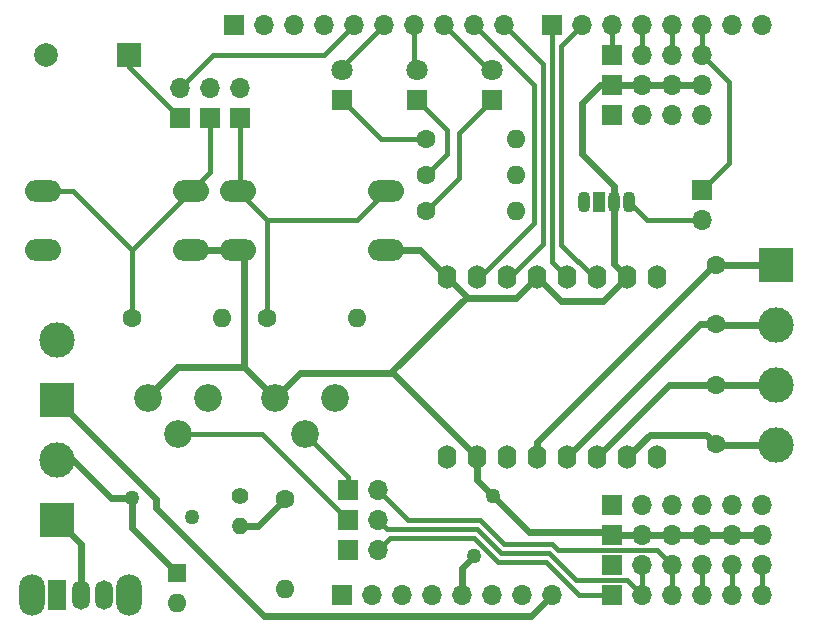
<source format=gbr>
%TF.GenerationSoftware,KiCad,Pcbnew,6.0.7-f9a2dced07~116~ubuntu20.04.1*%
%TF.CreationDate,2022-09-07T12:35:24+02:00*%
%TF.ProjectId,BATConcho,42415443-6f6e-4636-986f-2e6b69636164,rev?*%
%TF.SameCoordinates,Original*%
%TF.FileFunction,Copper,L1,Top*%
%TF.FilePolarity,Positive*%
%FSLAX46Y46*%
G04 Gerber Fmt 4.6, Leading zero omitted, Abs format (unit mm)*
G04 Created by KiCad (PCBNEW 6.0.7-f9a2dced07~116~ubuntu20.04.1) date 2022-09-07 12:35:24*
%MOMM*%
%LPD*%
G01*
G04 APERTURE LIST*
%TA.AperFunction,ComponentPad*%
%ADD10C,1.600000*%
%TD*%
%TA.AperFunction,ComponentPad*%
%ADD11O,1.600000X1.600000*%
%TD*%
%TA.AperFunction,ComponentPad*%
%ADD12R,1.700000X1.700000*%
%TD*%
%TA.AperFunction,ComponentPad*%
%ADD13O,1.700000X1.700000*%
%TD*%
%TA.AperFunction,ComponentPad*%
%ADD14C,1.270000*%
%TD*%
%TA.AperFunction,ComponentPad*%
%ADD15O,1.070000X1.800000*%
%TD*%
%TA.AperFunction,ComponentPad*%
%ADD16R,1.070000X1.800000*%
%TD*%
%TA.AperFunction,ComponentPad*%
%ADD17O,3.048000X1.850000*%
%TD*%
%TA.AperFunction,ComponentPad*%
%ADD18C,2.340000*%
%TD*%
%TA.AperFunction,ComponentPad*%
%ADD19R,1.800000X1.800000*%
%TD*%
%TA.AperFunction,ComponentPad*%
%ADD20C,1.800000*%
%TD*%
%TA.AperFunction,ComponentPad*%
%ADD21R,3.000000X3.000000*%
%TD*%
%TA.AperFunction,ComponentPad*%
%ADD22C,3.000000*%
%TD*%
%TA.AperFunction,ComponentPad*%
%ADD23C,1.400000*%
%TD*%
%TA.AperFunction,ComponentPad*%
%ADD24O,1.400000X1.400000*%
%TD*%
%TA.AperFunction,ComponentPad*%
%ADD25R,1.600000X1.600000*%
%TD*%
%TA.AperFunction,ComponentPad*%
%ADD26R,2.000000X2.000000*%
%TD*%
%TA.AperFunction,ComponentPad*%
%ADD27C,2.000000*%
%TD*%
%TA.AperFunction,ComponentPad*%
%ADD28O,2.200000X3.500000*%
%TD*%
%TA.AperFunction,ComponentPad*%
%ADD29R,1.500000X2.500000*%
%TD*%
%TA.AperFunction,ComponentPad*%
%ADD30O,1.500000X2.500000*%
%TD*%
%TA.AperFunction,ComponentPad*%
%ADD31O,1.600000X2.000000*%
%TD*%
%TA.AperFunction,Conductor*%
%ADD32C,0.600000*%
%TD*%
%TA.AperFunction,Conductor*%
%ADD33C,0.400000*%
%TD*%
G04 APERTURE END LIST*
D10*
%TO.P,R7,1*%
%TO.N,Net-(JP7-Pad1)*%
X110160000Y-73965000D03*
D11*
%TO.P,R7,2*%
%TO.N,GND*%
X117780000Y-73965000D03*
%TD*%
D12*
%TO.P,J4,1,Pin_1*%
%TO.N,unconnected-(J4-Pad1)*%
X127940000Y-97460000D03*
D13*
%TO.P,J4,2,Pin_2*%
%TO.N,/IOREF*%
X130480000Y-97460000D03*
%TO.P,J4,3,Pin_3*%
%TO.N,/~{RESET}*%
X133020000Y-97460000D03*
%TO.P,J4,4,Pin_4*%
%TO.N,Net-(F3-Pad1)*%
X135560000Y-97460000D03*
%TO.P,J4,5,Pin_5*%
%TO.N,Net-(F1-Pad1)*%
X138100000Y-97460000D03*
%TO.P,J4,6,Pin_6*%
%TO.N,GND*%
X140640000Y-97460000D03*
%TO.P,J4,7,Pin_7*%
X143180000Y-97460000D03*
%TO.P,J4,8,Pin_8*%
%TO.N,/Vin*%
X145720000Y-97460000D03*
%TD*%
D12*
%TO.P,J6,1,Pin_1*%
%TO.N,/A0*%
X150800000Y-97460000D03*
D13*
%TO.P,J6,2,Pin_2*%
%TO.N,/A1*%
X153340000Y-97460000D03*
%TO.P,J6,3,Pin_3*%
%TO.N,/A2*%
X155880000Y-97460000D03*
%TO.P,J6,4,Pin_4*%
%TO.N,/A3*%
X158420000Y-97460000D03*
%TO.P,J6,5,Pin_5*%
%TO.N,/SDA{slash}A4*%
X160960000Y-97460000D03*
%TO.P,J6,6,Pin_6*%
%TO.N,/SCL{slash}A5*%
X163500000Y-97460000D03*
%TD*%
D12*
%TO.P,J3,1,Pin_1*%
%TO.N,/SCL{slash}A5*%
X118796000Y-49200000D03*
D13*
%TO.P,J3,2,Pin_2*%
%TO.N,/SDA{slash}A4*%
X121336000Y-49200000D03*
%TO.P,J3,3,Pin_3*%
%TO.N,/AREF*%
X123876000Y-49200000D03*
%TO.P,J3,4,Pin_4*%
%TO.N,GND*%
X126416000Y-49200000D03*
%TO.P,J3,5,Pin_5*%
%TO.N,/13*%
X128956000Y-49200000D03*
%TO.P,J3,6,Pin_6*%
%TO.N,/12*%
X131496000Y-49200000D03*
%TO.P,J3,7,Pin_7*%
%TO.N,/\u002A11*%
X134036000Y-49200000D03*
%TO.P,J3,8,Pin_8*%
%TO.N,/\u002A10*%
X136576000Y-49200000D03*
%TO.P,J3,9,Pin_9*%
%TO.N,/\u002A9*%
X139116000Y-49200000D03*
%TO.P,J3,10,Pin_10*%
%TO.N,/8*%
X141656000Y-49200000D03*
%TD*%
D12*
%TO.P,J7,1,Pin_1*%
%TO.N,/7*%
X145720000Y-49200000D03*
D13*
%TO.P,J7,2,Pin_2*%
%TO.N,/\u002A6*%
X148260000Y-49200000D03*
%TO.P,J7,3,Pin_3*%
%TO.N,/\u002A5*%
X150800000Y-49200000D03*
%TO.P,J7,4,Pin_4*%
%TO.N,/4*%
X153340000Y-49200000D03*
%TO.P,J7,5,Pin_5*%
%TO.N,/\u002A3*%
X155880000Y-49200000D03*
%TO.P,J7,6,Pin_6*%
%TO.N,/2*%
X158420000Y-49200000D03*
%TO.P,J7,7,Pin_7*%
%TO.N,/TX{slash}1*%
X160960000Y-49200000D03*
%TO.P,J7,8,Pin_8*%
%TO.N,/RX{slash}0*%
X163500000Y-49200000D03*
%TD*%
D10*
%TO.P,R2,1*%
%TO.N,Net-(JP2-Pad1)*%
X123114000Y-89332000D03*
D11*
%TO.P,R2,2*%
%TO.N,GND*%
X123114000Y-96952000D03*
%TD*%
D12*
%TO.P,J10,1,Pin_1*%
%TO.N,GND*%
X150800000Y-89840000D03*
D13*
%TO.P,J10,2,Pin_2*%
X153340000Y-89840000D03*
%TO.P,J10,3,Pin_3*%
X155880000Y-89840000D03*
%TO.P,J10,4,Pin_4*%
X158420000Y-89840000D03*
%TO.P,J10,5,Pin_5*%
X160960000Y-89840000D03*
%TO.P,J10,6,Pin_6*%
X163500000Y-89840000D03*
%TD*%
D14*
%TO.P,F1,1*%
%TO.N,Net-(F1-Pad1)*%
X139116000Y-94158000D03*
%TO.P,F1,2*%
%TO.N,+5V*%
X140716000Y-89058000D03*
%TD*%
D12*
%TO.P,J11,1,Pin_1*%
%TO.N,/\u002A5*%
X150800000Y-51740000D03*
D13*
%TO.P,J11,2,Pin_2*%
%TO.N,/4*%
X153340000Y-51740000D03*
%TO.P,J11,3,Pin_3*%
%TO.N,/\u002A3*%
X155880000Y-51740000D03*
%TO.P,J11,4,Pin_4*%
%TO.N,/2*%
X158420000Y-51740000D03*
%TD*%
D15*
%TO.P,D4,1,DOUT*%
%TO.N,unconnected-(D4-Pad1)*%
X148392000Y-64186000D03*
D16*
%TO.P,D4,2,GND*%
%TO.N,GND*%
X149662000Y-64186000D03*
D15*
%TO.P,D4,3,VDD*%
%TO.N,+5V*%
X150932000Y-64186000D03*
%TO.P,D4,4,DIN*%
%TO.N,Net-(D4-Pad4)*%
X152202000Y-64186000D03*
%TD*%
D17*
%TO.P,SW2,1,1*%
%TO.N,Net-(JP6-Pad1)*%
X119160000Y-63210000D03*
X131660000Y-63210000D03*
%TO.P,SW2,2,2*%
%TO.N,+5V*%
X119160000Y-68210000D03*
X131660000Y-68210000D03*
%TD*%
D18*
%TO.P,RV2,1,1*%
%TO.N,+5V*%
X122290000Y-80776000D03*
%TO.P,RV2,2,2*%
%TO.N,Net-(JP5-Pad1)*%
X124830000Y-83824000D03*
%TO.P,RV2,3,3*%
%TO.N,GND*%
X127370000Y-80776000D03*
%TD*%
D19*
%TO.P,D2,1,K*%
%TO.N,Net-(D2-Pad1)*%
X134290000Y-55550000D03*
D20*
%TO.P,D2,2,A*%
%TO.N,/\u002A11*%
X134290000Y-53010000D03*
%TD*%
D12*
%TO.P,JP7,1,A*%
%TO.N,Net-(JP7-Pad1)*%
X116764000Y-57079000D03*
D13*
%TO.P,JP7,2,B*%
%TO.N,/4*%
X116764000Y-54539000D03*
%TD*%
D19*
%TO.P,D3,1,K*%
%TO.N,Net-(D3-Pad1)*%
X140640000Y-55550000D03*
D20*
%TO.P,D3,2,A*%
%TO.N,/\u002A10*%
X140640000Y-53010000D03*
%TD*%
D12*
%TO.P,JP2,1,A*%
%TO.N,Net-(JP2-Pad1)*%
X128448000Y-93650000D03*
D13*
%TO.P,JP2,2,B*%
%TO.N,/A0*%
X130988000Y-93650000D03*
%TD*%
D12*
%TO.P,J13,1,Pin_1*%
%TO.N,GND*%
X150810000Y-56820000D03*
D13*
%TO.P,J13,2,Pin_2*%
X153350000Y-56820000D03*
%TO.P,J13,3,Pin_3*%
X155890000Y-56820000D03*
%TO.P,J13,4,Pin_4*%
X158430000Y-56820000D03*
%TD*%
D12*
%TO.P,J12,1,Pin_1*%
%TO.N,+5V*%
X150810000Y-54280000D03*
D13*
%TO.P,J12,2,Pin_2*%
X153350000Y-54280000D03*
%TO.P,J12,3,Pin_3*%
X155890000Y-54280000D03*
%TO.P,J12,4,Pin_4*%
X158430000Y-54280000D03*
%TD*%
D17*
%TO.P,SW3,1,1*%
%TO.N,Net-(JP7-Pad1)*%
X115150000Y-63210000D03*
X102650000Y-63210000D03*
%TO.P,SW3,2,2*%
%TO.N,+5V*%
X115150000Y-68210000D03*
X102650000Y-68210000D03*
%TD*%
D19*
%TO.P,D1,1,K*%
%TO.N,Net-(D1-Pad1)*%
X127940000Y-55550000D03*
D20*
%TO.P,D1,2,A*%
%TO.N,/12*%
X127940000Y-53010000D03*
%TD*%
D12*
%TO.P,JP6,1,A*%
%TO.N,Net-(JP6-Pad1)*%
X119304000Y-57079000D03*
D13*
%TO.P,JP6,2,B*%
%TO.N,/\u002A3*%
X119304000Y-54539000D03*
%TD*%
D10*
%TO.P,C1,1*%
%TO.N,Net-(C1-Pad1)*%
X159563000Y-69520000D03*
%TO.P,C1,2*%
%TO.N,Net-(C1-Pad2)*%
X159563000Y-74520000D03*
%TD*%
%TO.P,C2,1*%
%TO.N,Net-(C2-Pad1)*%
X159563000Y-79680000D03*
%TO.P,C2,2*%
%TO.N,Net-(C2-Pad2)*%
X159563000Y-84680000D03*
%TD*%
D21*
%TO.P,J5,1,Pin_1*%
%TO.N,/Vin*%
X103810000Y-80950000D03*
D22*
%TO.P,J5,2,Pin_2*%
%TO.N,GND*%
X103810000Y-75870000D03*
%TD*%
D10*
%TO.P,R6,1*%
%TO.N,Net-(JP6-Pad1)*%
X121590000Y-73965000D03*
D11*
%TO.P,R6,2*%
%TO.N,GND*%
X129210000Y-73965000D03*
%TD*%
D12*
%TO.P,JP5,1,A*%
%TO.N,Net-(JP5-Pad1)*%
X128448000Y-88570000D03*
D13*
%TO.P,JP5,2,B*%
%TO.N,/A2*%
X130988000Y-88570000D03*
%TD*%
D10*
%TO.P,R3,1*%
%TO.N,Net-(D1-Pad1)*%
X135052000Y-58852000D03*
D11*
%TO.P,R3,2*%
%TO.N,GND*%
X142672000Y-58852000D03*
%TD*%
D23*
%TO.P,R1,1*%
%TO.N,+5V*%
X119304000Y-89078000D03*
D24*
%TO.P,R1,2*%
%TO.N,Net-(JP2-Pad1)*%
X119304000Y-91618000D03*
%TD*%
D12*
%TO.P,JP1,1,A*%
%TO.N,Net-(BZ1-Pad1)*%
X114224000Y-57079000D03*
D13*
%TO.P,JP1,2,B*%
%TO.N,/13*%
X114224000Y-54539000D03*
%TD*%
D14*
%TO.P,F2,1*%
%TO.N,Net-(F2-Pad1)*%
X115240000Y-90856000D03*
%TO.P,F2,2*%
%TO.N,/+BAT*%
X110140000Y-89256000D03*
%TD*%
D25*
%TO.P,D5,1,K*%
%TO.N,/+BAT*%
X113970000Y-95583686D03*
D11*
%TO.P,D5,2,A*%
%TO.N,Net-(D5-Pad2)*%
X113970000Y-98123686D03*
%TD*%
D18*
%TO.P,RV1,1,1*%
%TO.N,+5V*%
X111495000Y-80776000D03*
%TO.P,RV1,2,2*%
%TO.N,Net-(JP3-Pad1)*%
X114035000Y-83824000D03*
%TO.P,RV1,3,3*%
%TO.N,GND*%
X116575000Y-80776000D03*
%TD*%
D26*
%TO.P,BZ1,1,-*%
%TO.N,Net-(BZ1-Pad1)*%
X109860000Y-51740000D03*
D27*
%TO.P,BZ1,2,+*%
%TO.N,GND*%
X102860000Y-51740000D03*
%TD*%
D28*
%TO.P,SW1,*%
%TO.N,*%
X101710000Y-97460000D03*
X109910000Y-97460000D03*
D29*
%TO.P,SW1,1,A*%
%TO.N,Net-(D5-Pad2)*%
X103810000Y-97460000D03*
D30*
%TO.P,SW1,2,B*%
%TO.N,/STUP_IN*%
X105810000Y-97460000D03*
%TO.P,SW1,3*%
%TO.N,N/C*%
X107810000Y-97460000D03*
%TD*%
D21*
%TO.P,J2,1,Pin_1*%
%TO.N,Net-(C1-Pad1)*%
X164643000Y-69520000D03*
D22*
%TO.P,J2,2,Pin_2*%
%TO.N,Net-(C1-Pad2)*%
X164643000Y-74600000D03*
%TO.P,J2,3,Pin_3*%
%TO.N,Net-(C2-Pad1)*%
X164643000Y-79680000D03*
%TO.P,J2,4,Pin_4*%
%TO.N,Net-(C2-Pad2)*%
X164643000Y-84760000D03*
%TD*%
D21*
%TO.P,J1,1,Pin_1*%
%TO.N,/STUP_IN*%
X103810000Y-91110000D03*
D22*
%TO.P,J1,2,Pin_2*%
%TO.N,/+BAT*%
X103810000Y-86030000D03*
%TD*%
D10*
%TO.P,R4,1*%
%TO.N,Net-(D2-Pad1)*%
X135052000Y-61900000D03*
D11*
%TO.P,R4,2*%
%TO.N,GND*%
X142672000Y-61900000D03*
%TD*%
D10*
%TO.P,R5,1*%
%TO.N,Net-(D3-Pad1)*%
X135052000Y-64948000D03*
D11*
%TO.P,R5,2*%
%TO.N,GND*%
X142672000Y-64948000D03*
%TD*%
D12*
%TO.P,JP3,1,A*%
%TO.N,Net-(JP3-Pad1)*%
X128443000Y-91110000D03*
D13*
%TO.P,JP3,2,B*%
%TO.N,/A1*%
X130983000Y-91110000D03*
%TD*%
D12*
%TO.P,J8,1,Pin_1*%
%TO.N,/A0*%
X150800000Y-94920000D03*
D13*
%TO.P,J8,2,Pin_2*%
%TO.N,/A1*%
X153340000Y-94920000D03*
%TO.P,J8,3,Pin_3*%
%TO.N,/A2*%
X155880000Y-94920000D03*
%TO.P,J8,4,Pin_4*%
%TO.N,/A3*%
X158420000Y-94920000D03*
%TO.P,J8,5,Pin_5*%
%TO.N,/SDA{slash}A4*%
X160960000Y-94920000D03*
%TO.P,J8,6,Pin_6*%
%TO.N,/SCL{slash}A5*%
X163500000Y-94920000D03*
%TD*%
D31*
%TO.P,U1,1,VMOT*%
%TO.N,Net-(F2-Pad1)*%
X136830000Y-85776000D03*
%TO.P,U1,2,VCC*%
%TO.N,+5V*%
X139370000Y-85776000D03*
%TO.P,U1,3,GND*%
%TO.N,GND*%
X141910000Y-85776000D03*
%TO.P,U1,4,AO1*%
%TO.N,Net-(C1-Pad1)*%
X144450000Y-85776000D03*
%TO.P,U1,5,AO2*%
%TO.N,Net-(C1-Pad2)*%
X146990000Y-85776000D03*
%TO.P,U1,6,BO2*%
%TO.N,Net-(C2-Pad1)*%
X149530000Y-85776000D03*
%TO.P,U1,7,BO1*%
%TO.N,Net-(C2-Pad2)*%
X152070000Y-85776000D03*
%TO.P,U1,8,GND*%
%TO.N,GND*%
X154610000Y-85776000D03*
%TO.P,U1,9,GND*%
X154610000Y-70536000D03*
%TO.P,U1,10,PWMB*%
%TO.N,+5V*%
X152070000Y-70536000D03*
%TO.P,U1,11,BIN2*%
%TO.N,/\u002A6*%
X149530000Y-70536000D03*
%TO.P,U1,12,BIN1*%
%TO.N,/7*%
X146990000Y-70536000D03*
%TO.P,U1,13,STBY*%
%TO.N,+5V*%
X144450000Y-70536000D03*
%TO.P,U1,14,AIN1*%
%TO.N,/8*%
X141910000Y-70536000D03*
%TO.P,U1,15,AIN2*%
%TO.N,/\u002A9*%
X139370000Y-70536000D03*
%TO.P,U1,16,PWMA*%
%TO.N,+5V*%
X136830000Y-70536000D03*
%TD*%
D12*
%TO.P,JP4,1,A*%
%TO.N,/2*%
X158420000Y-63170000D03*
D13*
%TO.P,JP4,2,B*%
%TO.N,Net-(D4-Pad4)*%
X158420000Y-65710000D03*
%TD*%
D12*
%TO.P,J9,1,Pin_1*%
%TO.N,+5V*%
X150800000Y-92380000D03*
D13*
%TO.P,J9,2,Pin_2*%
X153340000Y-92380000D03*
%TO.P,J9,3,Pin_3*%
X155880000Y-92380000D03*
%TO.P,J9,4,Pin_4*%
X158420000Y-92380000D03*
%TO.P,J9,5,Pin_5*%
X160960000Y-92380000D03*
%TO.P,J9,6,Pin_6*%
X163500000Y-92380000D03*
%TD*%
D32*
%TO.N,/+BAT*%
X110140000Y-89256000D02*
X110140000Y-91753686D01*
X110140000Y-91753686D02*
X113970000Y-95583686D01*
D33*
%TO.N,Net-(BZ1-Pad1)*%
X109860000Y-52705000D02*
X109860000Y-51740000D01*
X114224000Y-57069000D02*
X109860000Y-52705000D01*
D32*
%TO.N,+5V*%
X148260000Y-55804000D02*
X148260000Y-60122000D01*
X144450000Y-70536000D02*
X142672000Y-72314000D01*
X138481000Y-72187000D02*
X132258000Y-78410000D01*
X119670000Y-78156000D02*
X119670000Y-68720000D01*
X140716000Y-89058000D02*
X143784000Y-92126000D01*
X150800000Y-92380000D02*
X153340000Y-92380000D01*
X134504000Y-68210000D02*
X131660000Y-68210000D01*
X132258000Y-78410000D02*
X132258000Y-78664000D01*
X119160000Y-68210000D02*
X115150000Y-68210000D01*
X138608000Y-72314000D02*
X138481000Y-72187000D01*
X155880000Y-92380000D02*
X158420000Y-92380000D01*
X139370000Y-87712000D02*
X140716000Y-89058000D01*
X139370000Y-85776000D02*
X139370000Y-87712000D01*
X150810000Y-54280000D02*
X149784000Y-54280000D01*
X138481000Y-72187000D02*
X136830000Y-70536000D01*
X153340000Y-92380000D02*
X155880000Y-92380000D01*
X155890000Y-54280000D02*
X158430000Y-54280000D01*
X160960000Y-92380000D02*
X163500000Y-92380000D01*
X150932000Y-62794000D02*
X150932000Y-64186000D01*
X149784000Y-54280000D02*
X148260000Y-55804000D01*
X158420000Y-92380000D02*
X160960000Y-92380000D01*
X124402000Y-78664000D02*
X122290000Y-80776000D01*
X148260000Y-60122000D02*
X150932000Y-62794000D01*
X111495000Y-80776000D02*
X111495000Y-80631000D01*
X142672000Y-72314000D02*
X138608000Y-72314000D01*
X153350000Y-54280000D02*
X155890000Y-54280000D01*
X150546000Y-92126000D02*
X150800000Y-92380000D01*
X150038000Y-72568000D02*
X146482000Y-72568000D01*
X146482000Y-72568000D02*
X144450000Y-70536000D01*
X143784000Y-92126000D02*
X150546000Y-92126000D01*
X152070000Y-70536000D02*
X150038000Y-72568000D01*
X132258000Y-78664000D02*
X124402000Y-78664000D01*
X113970000Y-78156000D02*
X119670000Y-78156000D01*
X150932000Y-69398000D02*
X152070000Y-70536000D01*
X139370000Y-85776000D02*
X132258000Y-78664000D01*
X119670000Y-68720000D02*
X119160000Y-68210000D01*
X119670000Y-78156000D02*
X122290000Y-80776000D01*
X150810000Y-54280000D02*
X153350000Y-54280000D01*
X150932000Y-64186000D02*
X150932000Y-69398000D01*
X111495000Y-80631000D02*
X113970000Y-78156000D01*
X136830000Y-70536000D02*
X134504000Y-68210000D01*
D33*
%TO.N,/A0*%
X139116000Y-92634000D02*
X132004000Y-92634000D01*
X150800000Y-97460000D02*
X148006000Y-97460000D01*
X132004000Y-92634000D02*
X130988000Y-93650000D01*
X145212000Y-94666000D02*
X141148000Y-94666000D01*
X148006000Y-97460000D02*
X145212000Y-94666000D01*
X141148000Y-94666000D02*
X139116000Y-92634000D01*
%TO.N,/A1*%
X141402000Y-93904000D02*
X139370000Y-91872000D01*
X147752000Y-96190000D02*
X145466000Y-93904000D01*
X131745000Y-91872000D02*
X130983000Y-91110000D01*
X145466000Y-93904000D02*
X141402000Y-93904000D01*
X153340000Y-97460000D02*
X153340000Y-94920000D01*
X153340000Y-97460000D02*
X152070000Y-96190000D01*
X152070000Y-96190000D02*
X147752000Y-96190000D01*
X139370000Y-91872000D02*
X131745000Y-91872000D01*
%TO.N,/A2*%
X154610000Y-93650000D02*
X146228000Y-93650000D01*
X146228000Y-93650000D02*
X145720000Y-93142000D01*
X139624000Y-91110000D02*
X133528000Y-91110000D01*
X155880000Y-94920000D02*
X154610000Y-93650000D01*
X141656000Y-93142000D02*
X139624000Y-91110000D01*
X155880000Y-97460000D02*
X155880000Y-94920000D01*
X133528000Y-91110000D02*
X130988000Y-88570000D01*
X145720000Y-93142000D02*
X141656000Y-93142000D01*
%TO.N,/A3*%
X158420000Y-97460000D02*
X158420000Y-94920000D01*
%TO.N,/SDA{slash}A4*%
X160960000Y-97460000D02*
X160960000Y-94920000D01*
%TO.N,/SCL{slash}A5*%
X163500000Y-97460000D02*
X163500000Y-94920000D01*
%TO.N,/13*%
X117013000Y-51740000D02*
X114224000Y-54529000D01*
X128956000Y-49200000D02*
X126416000Y-51740000D01*
X126416000Y-51740000D02*
X117013000Y-51740000D01*
%TO.N,/12*%
X127940000Y-52756000D02*
X127940000Y-53010000D01*
X131496000Y-49200000D02*
X127940000Y-52756000D01*
%TO.N,/8*%
X144958000Y-52502000D02*
X144958000Y-67742000D01*
X142164000Y-70536000D02*
X141910000Y-70536000D01*
X141656000Y-49200000D02*
X144958000Y-52502000D01*
X144958000Y-67742000D02*
X142164000Y-70536000D01*
%TO.N,/7*%
X145720000Y-69266000D02*
X146990000Y-70536000D01*
X145720000Y-49200000D02*
X145720000Y-69266000D01*
%TO.N,/\u002A11*%
X134036000Y-52756000D02*
X134290000Y-53010000D01*
X134036000Y-49200000D02*
X134036000Y-52756000D01*
%TO.N,/\u002A10*%
X136576000Y-49200000D02*
X140386000Y-53010000D01*
X140386000Y-53010000D02*
X140640000Y-53010000D01*
%TO.N,/\u002A9*%
X139116000Y-49200000D02*
X144196000Y-54280000D01*
X139619000Y-70536000D02*
X139370000Y-70536000D01*
X144196000Y-54280000D02*
X144196000Y-65959000D01*
X144196000Y-65959000D02*
X139619000Y-70536000D01*
%TO.N,/4*%
X153340000Y-49200000D02*
X153340000Y-51740000D01*
%TO.N,/2*%
X158420000Y-49200000D02*
X158420000Y-51740000D01*
X160706000Y-60884000D02*
X158420000Y-63170000D01*
X160706000Y-54026000D02*
X160706000Y-60884000D01*
X158420000Y-51740000D02*
X160706000Y-54026000D01*
%TO.N,/\u002A6*%
X146482000Y-50978000D02*
X146482000Y-67757000D01*
X149261000Y-70536000D02*
X149530000Y-70536000D01*
X148260000Y-49200000D02*
X146482000Y-50978000D01*
X146482000Y-67757000D02*
X149261000Y-70536000D01*
%TO.N,/\u002A5*%
X150800000Y-49200000D02*
X150800000Y-51740000D01*
%TO.N,/\u002A3*%
X155880000Y-49200000D02*
X155880000Y-51740000D01*
D32*
%TO.N,Net-(C1-Pad1)*%
X159436000Y-69520000D02*
X144450000Y-84506000D01*
X159563000Y-69520000D02*
X159436000Y-69520000D01*
X144450000Y-84506000D02*
X144450000Y-85776000D01*
X164643000Y-69520000D02*
X159563000Y-69520000D01*
%TO.N,Net-(C1-Pad2)*%
X159643000Y-74600000D02*
X159563000Y-74520000D01*
X159563000Y-74520000D02*
X158243500Y-74520000D01*
X146990000Y-85773500D02*
X146990000Y-85776000D01*
X158243500Y-74520000D02*
X146990000Y-85773500D01*
X164643000Y-74600000D02*
X159643000Y-74600000D01*
%TO.N,Net-(C2-Pad1)*%
X155623500Y-79680000D02*
X149530000Y-85773500D01*
X164643000Y-79680000D02*
X159563000Y-79680000D01*
X159563000Y-79680000D02*
X155623500Y-79680000D01*
X149530000Y-85773500D02*
X149530000Y-85776000D01*
%TO.N,Net-(C2-Pad2)*%
X159643000Y-84760000D02*
X159563000Y-84680000D01*
X158763001Y-83880001D02*
X153963499Y-83880001D01*
X164643000Y-84760000D02*
X159643000Y-84760000D01*
X153963499Y-83880001D02*
X152070000Y-85773500D01*
X152070000Y-85773500D02*
X152070000Y-85776000D01*
X159563000Y-84680000D02*
X158763001Y-83880001D01*
D33*
%TO.N,Net-(D1-Pad1)*%
X127940000Y-55550000D02*
X131242000Y-58852000D01*
X131242000Y-58852000D02*
X135052000Y-58852000D01*
%TO.N,Net-(D2-Pad1)*%
X136830000Y-58090000D02*
X136830000Y-60122000D01*
X136830000Y-60122000D02*
X135052000Y-61900000D01*
X134290000Y-55550000D02*
X136830000Y-58090000D01*
%TO.N,Net-(D3-Pad1)*%
X137846000Y-62154000D02*
X135052000Y-64948000D01*
X137846000Y-58344000D02*
X137846000Y-62154000D01*
X140640000Y-55550000D02*
X137846000Y-58344000D01*
D32*
%TO.N,Net-(F1-Pad1)*%
X138100000Y-95174000D02*
X138100000Y-97460000D01*
X139116000Y-94158000D02*
X138100000Y-95174000D01*
%TO.N,/+BAT*%
X108362000Y-89256000D02*
X110140000Y-89256000D01*
X105136000Y-86030000D02*
X108362000Y-89256000D01*
X103810000Y-86030000D02*
X105136000Y-86030000D01*
%TO.N,/STUP_IN*%
X105810000Y-93110000D02*
X103810000Y-91110000D01*
X105810000Y-97460000D02*
X105810000Y-93110000D01*
%TO.N,/Vin*%
X112192000Y-89332000D02*
X103810000Y-80950000D01*
X121336000Y-99238000D02*
X112192000Y-90094000D01*
X145720000Y-97460000D02*
X143942000Y-99238000D01*
X143942000Y-99238000D02*
X121336000Y-99238000D01*
X112192000Y-90094000D02*
X112192000Y-89332000D01*
%TO.N,Net-(JP2-Pad1)*%
X119304000Y-91618000D02*
X120828000Y-91618000D01*
X120828000Y-91618000D02*
X123114000Y-89332000D01*
D33*
%TO.N,Net-(JP3-Pad1)*%
X121162000Y-83824000D02*
X114035000Y-83824000D01*
X128443000Y-91105000D02*
X121162000Y-83824000D01*
X128443000Y-91110000D02*
X128443000Y-91105000D01*
%TO.N,Net-(D4-Pad4)*%
X158420000Y-65710000D02*
X153726000Y-65710000D01*
X153726000Y-65710000D02*
X152202000Y-64186000D01*
%TO.N,Net-(JP5-Pad1)*%
X128448000Y-88570000D02*
X128448000Y-87442000D01*
X128448000Y-87442000D02*
X124830000Y-83824000D01*
%TO.N,Net-(JP6-Pad1)*%
X129230000Y-65640000D02*
X131660000Y-63210000D01*
X121590000Y-65640000D02*
X129230000Y-65640000D01*
X119304000Y-57079000D02*
X119304000Y-63066000D01*
X119160000Y-63210000D02*
X121590000Y-65640000D01*
X121590000Y-65640000D02*
X121590000Y-73965000D01*
X119304000Y-63066000D02*
X119160000Y-63210000D01*
%TO.N,Net-(JP7-Pad1)*%
X116764000Y-57079000D02*
X116764000Y-61596000D01*
X116764000Y-61596000D02*
X115150000Y-63210000D01*
X110160000Y-68200000D02*
X110160000Y-73965000D01*
X110160000Y-68200000D02*
X105170000Y-63210000D01*
X105170000Y-63210000D02*
X102650000Y-63210000D01*
X115150000Y-63210000D02*
X110160000Y-68200000D01*
%TD*%
M02*

</source>
